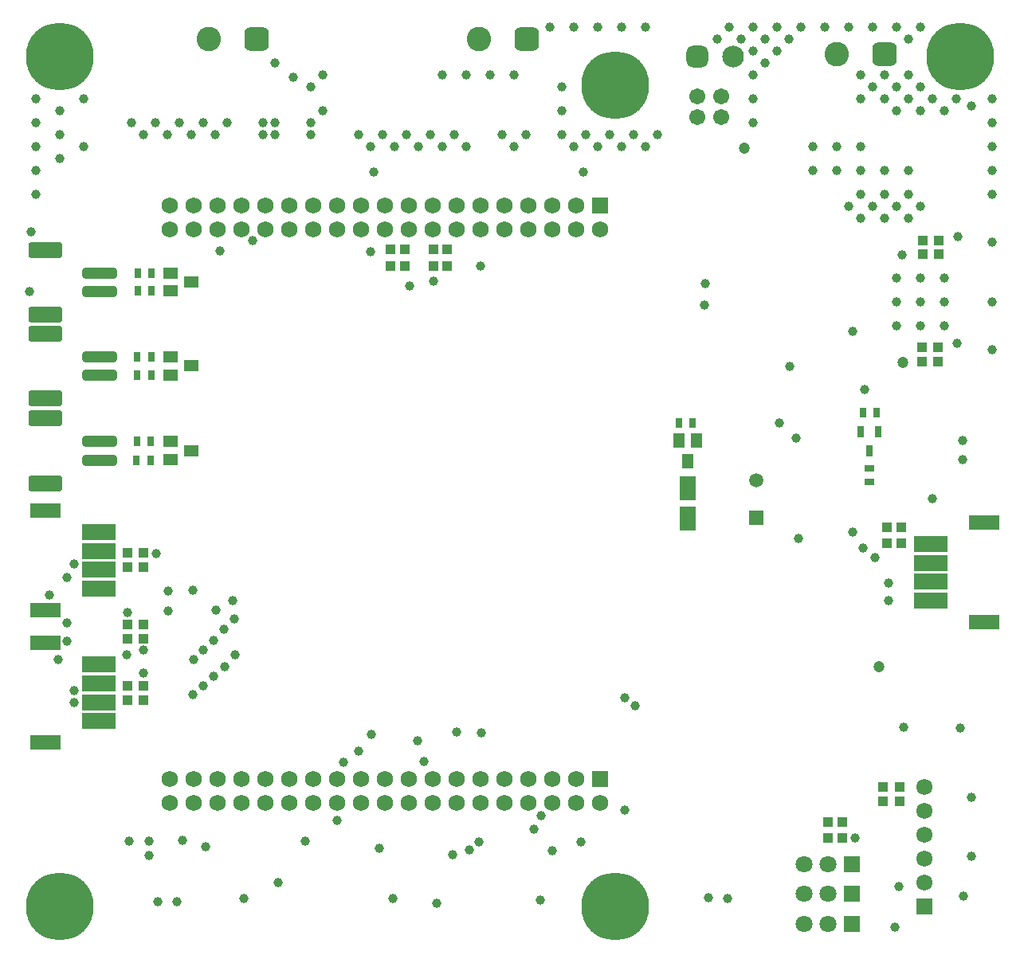
<source format=gbs>
G04*
G04 #@! TF.GenerationSoftware,Altium Limited,Altium Designer,21.3.2 (30)*
G04*
G04 Layer_Color=16711935*
%FSTAX25Y25*%
%MOIN*%
G70*
G04*
G04 #@! TF.SameCoordinates,EB2CAA8E-72F9-4FA4-A601-E6806EDF6347*
G04*
G04*
G04 #@! TF.FilePolarity,Negative*
G04*
G01*
G75*
%ADD42R,0.14186X0.06706*%
%ADD43R,0.13005X0.06312*%
%ADD50R,0.03950X0.03950*%
%ADD54C,0.06706*%
G04:AMPARAMS|DCode=55|XSize=47.37mil|YSize=145.8mil|CornerRadius=13.84mil|HoleSize=0mil|Usage=FLASHONLY|Rotation=270.000|XOffset=0mil|YOffset=0mil|HoleType=Round|Shape=RoundedRectangle|*
%AMROUNDEDRECTD55*
21,1,0.04737,0.11811,0,0,270.0*
21,1,0.01968,0.14580,0,0,270.0*
1,1,0.02769,-0.05906,-0.00984*
1,1,0.02769,-0.05906,0.00984*
1,1,0.02769,0.05906,0.00984*
1,1,0.02769,0.05906,-0.00984*
%
%ADD55ROUNDEDRECTD55*%
%ADD56R,0.06902X0.10052*%
%ADD58R,0.04343X0.02965*%
%ADD60R,0.02965X0.04343*%
%ADD61R,0.03950X0.03950*%
G04:AMPARAMS|DCode=62|XSize=67.06mil|YSize=141.86mil|CornerRadius=11.38mil|HoleSize=0mil|Usage=FLASHONLY|Rotation=270.000|XOffset=0mil|YOffset=0mil|HoleType=Round|Shape=RoundedRectangle|*
%AMROUNDEDRECTD62*
21,1,0.06706,0.11909,0,0,270.0*
21,1,0.04429,0.14186,0,0,270.0*
1,1,0.02276,-0.05955,-0.02215*
1,1,0.02276,-0.05955,0.02215*
1,1,0.02276,0.05955,0.02215*
1,1,0.02276,0.05955,-0.02215*
%
%ADD62ROUNDEDRECTD62*%
G04:AMPARAMS|DCode=65|XSize=102.49mil|YSize=102.49mil|CornerRadius=27.62mil|HoleSize=0mil|Usage=FLASHONLY|Rotation=180.000|XOffset=0mil|YOffset=0mil|HoleType=Round|Shape=RoundedRectangle|*
%AMROUNDEDRECTD65*
21,1,0.10249,0.04724,0,0,180.0*
21,1,0.04724,0.10249,0,0,180.0*
1,1,0.05524,-0.02362,0.02362*
1,1,0.05524,0.02362,0.02362*
1,1,0.05524,0.02362,-0.02362*
1,1,0.05524,-0.02362,-0.02362*
%
%ADD65ROUNDEDRECTD65*%
%ADD66C,0.09068*%
%ADD67R,0.07099X0.07099*%
%ADD68C,0.07099*%
%ADD69C,0.06784*%
%ADD70R,0.06784X0.06784*%
%ADD72R,0.05950X0.05950*%
%ADD73C,0.05950*%
%ADD74C,0.06824*%
%ADD75R,0.06824X0.06824*%
%ADD76C,0.10249*%
G04:AMPARAMS|DCode=77|XSize=90.68mil|YSize=90.68mil|CornerRadius=24.67mil|HoleSize=0mil|Usage=FLASHONLY|Rotation=0.000|XOffset=0mil|YOffset=0mil|HoleType=Round|Shape=RoundedRectangle|*
%AMROUNDEDRECTD77*
21,1,0.09068,0.04134,0,0,0.0*
21,1,0.04134,0.09068,0,0,0.0*
1,1,0.04934,0.02067,-0.02067*
1,1,0.04934,-0.02067,-0.02067*
1,1,0.04934,-0.02067,0.02067*
1,1,0.04934,0.02067,0.02067*
%
%ADD77ROUNDEDRECTD77*%
%ADD78C,0.03950*%
%ADD79C,0.04737*%
%ADD80C,0.03398*%
%ADD108R,0.04737X0.06312*%
%ADD109R,0.03162X0.04737*%
%ADD110R,0.06312X0.04737*%
%ADD111C,0.28359*%
D42*
X0161198Y0253811D02*
D03*
Y0238063D02*
D03*
Y0230189D02*
D03*
Y0245937D02*
D03*
X0509402Y0240937D02*
D03*
Y0248811D02*
D03*
Y0233063D02*
D03*
Y0225189D02*
D03*
X0161244Y0198345D02*
D03*
Y0182597D02*
D03*
Y0174723D02*
D03*
Y0190471D02*
D03*
D43*
X0138954Y0262866D02*
D03*
Y0221134D02*
D03*
X0531646Y0216134D02*
D03*
Y0257866D02*
D03*
X0139Y02074D02*
D03*
Y0165668D02*
D03*
D50*
X0496753Y02492D02*
D03*
X0490847D02*
D03*
X0496753Y02557D02*
D03*
X0490847D02*
D03*
X0472205Y01326D02*
D03*
X04663D02*
D03*
X0289107Y0372D02*
D03*
X0283202D02*
D03*
X0289107Y03652D02*
D03*
X0283202D02*
D03*
X030114Y0372D02*
D03*
X0307045D02*
D03*
X030114Y03652D02*
D03*
X0307045D02*
D03*
X04663Y01258D02*
D03*
X0472205D02*
D03*
D54*
X04215Y04362D02*
D03*
Y04274D02*
D03*
X04115Y04362D02*
D03*
Y04274D02*
D03*
D55*
X0161474Y0354302D02*
D03*
Y0362176D02*
D03*
Y0291774D02*
D03*
Y0327254D02*
D03*
Y02839D02*
D03*
Y031938D02*
D03*
D56*
X04076Y0259502D02*
D03*
Y02721D02*
D03*
D58*
X04837Y0280554D02*
D03*
Y0274846D02*
D03*
D60*
X0177379Y032704D02*
D03*
X0183087D02*
D03*
X0480746Y03039D02*
D03*
X0486454D02*
D03*
X0177379Y031956D02*
D03*
X0183087D02*
D03*
X0177591Y03622D02*
D03*
X01833D02*
D03*
X0177591Y03547D02*
D03*
X01833D02*
D03*
X0177046Y02839D02*
D03*
X0182754D02*
D03*
X0177191Y02917D02*
D03*
X01829D02*
D03*
X0409654Y02996D02*
D03*
X0403946D02*
D03*
D61*
X01732Y0244956D02*
D03*
Y0239051D02*
D03*
X018Y0244956D02*
D03*
Y0239051D02*
D03*
X01732Y0215049D02*
D03*
Y0209143D02*
D03*
X018D02*
D03*
Y0215049D02*
D03*
X01732Y018949D02*
D03*
Y0183585D02*
D03*
X018Y018949D02*
D03*
Y0183585D02*
D03*
X05123Y0330953D02*
D03*
X05055D02*
D03*
X05058Y0375853D02*
D03*
X05127D02*
D03*
X04962Y0141047D02*
D03*
Y0146953D02*
D03*
X04892Y0141047D02*
D03*
Y0146953D02*
D03*
X05123Y0325047D02*
D03*
X05055D02*
D03*
X05058Y0369947D02*
D03*
X05127D02*
D03*
D62*
X0138836Y0371821D02*
D03*
Y0344656D02*
D03*
Y030142D02*
D03*
Y0274254D02*
D03*
Y0309735D02*
D03*
Y03369D02*
D03*
D65*
X049Y0453852D02*
D03*
X0340186Y046D02*
D03*
X02271D02*
D03*
D66*
X04265Y045285D02*
D03*
D67*
X04763Y01023D02*
D03*
Y01147D02*
D03*
Y00899D02*
D03*
D68*
X04663Y01023D02*
D03*
X04563D02*
D03*
X04663Y01147D02*
D03*
X04563D02*
D03*
X04663Y00899D02*
D03*
X04563D02*
D03*
D69*
X05065Y0117D02*
D03*
Y0107D02*
D03*
Y0127D02*
D03*
Y0137D02*
D03*
Y0147D02*
D03*
D70*
Y0097D02*
D03*
D72*
X04362Y0259826D02*
D03*
D73*
Y0275574D02*
D03*
D74*
X0221069Y0140437D02*
D03*
X0191068D02*
D03*
X0201068D02*
D03*
Y0150437D02*
D03*
X0211069Y0140437D02*
D03*
Y0150437D02*
D03*
X0221069D02*
D03*
X0231068Y0140437D02*
D03*
Y0150437D02*
D03*
X0241069Y0140437D02*
D03*
Y0150437D02*
D03*
X0251068Y0140437D02*
D03*
Y0150437D02*
D03*
X0261069Y0140437D02*
D03*
Y0150437D02*
D03*
X0271069Y0140437D02*
D03*
Y0150437D02*
D03*
X0281068Y0140437D02*
D03*
Y0150437D02*
D03*
X0291069Y0140437D02*
D03*
Y0150437D02*
D03*
X0301068Y0140437D02*
D03*
Y0150437D02*
D03*
X0311069Y0140437D02*
D03*
Y0150437D02*
D03*
X0321069Y0140437D02*
D03*
Y0150437D02*
D03*
X0331068Y0140437D02*
D03*
Y0150437D02*
D03*
X0341069Y0140437D02*
D03*
Y0150437D02*
D03*
X0351068Y0140437D02*
D03*
Y0150437D02*
D03*
X0361069Y0140437D02*
D03*
Y0150437D02*
D03*
X0371069Y0140437D02*
D03*
X0191068Y0150437D02*
D03*
Y0380437D02*
D03*
X0201068D02*
D03*
Y0390437D02*
D03*
X0211069Y0380437D02*
D03*
Y0390437D02*
D03*
X0221069Y0380437D02*
D03*
Y0390437D02*
D03*
X0231068Y0380437D02*
D03*
Y0390437D02*
D03*
X0241069Y0380437D02*
D03*
Y0390437D02*
D03*
X0251068Y0380437D02*
D03*
Y0390437D02*
D03*
X0261069Y0380437D02*
D03*
Y0390437D02*
D03*
X0271069Y0380437D02*
D03*
Y0390437D02*
D03*
X0281068Y0380437D02*
D03*
Y0390437D02*
D03*
X0291069Y0380437D02*
D03*
Y0390437D02*
D03*
X0301068Y0380437D02*
D03*
Y0390437D02*
D03*
X0311069Y0380437D02*
D03*
Y0390437D02*
D03*
X0321069Y0380437D02*
D03*
Y0390437D02*
D03*
X0331068Y0380437D02*
D03*
Y0390437D02*
D03*
X0341069Y0380437D02*
D03*
Y0390437D02*
D03*
X0351068Y0380437D02*
D03*
Y0390437D02*
D03*
X0361069Y0380437D02*
D03*
Y0390437D02*
D03*
X0371069Y0380437D02*
D03*
X0191068Y0390437D02*
D03*
D75*
X0371069Y0150437D02*
D03*
Y0390437D02*
D03*
D76*
X047Y0453852D02*
D03*
X0320186Y046D02*
D03*
X02071D02*
D03*
D77*
X04115Y045285D02*
D03*
D78*
X029126Y0356773D02*
D03*
X03014Y03587D02*
D03*
X01508Y02403D02*
D03*
X02008Y02005D02*
D03*
X0132088Y03543D02*
D03*
X0205Y01894D02*
D03*
X02093Y01933D02*
D03*
X02219Y01005D02*
D03*
X03025Y00986D02*
D03*
X0186013Y0099013D02*
D03*
X01939Y00991D02*
D03*
X02785Y0121562D02*
D03*
X02844Y01003D02*
D03*
X02363Y0107D02*
D03*
X0235Y045D02*
D03*
X025Y044D02*
D03*
X0255Y043D02*
D03*
Y0445D02*
D03*
X0305D02*
D03*
X0315D02*
D03*
X0325D02*
D03*
X0335D02*
D03*
X0355Y043D02*
D03*
Y044D02*
D03*
X042Y046D02*
D03*
X043D02*
D03*
X0425Y0465D02*
D03*
X0435Y0425D02*
D03*
Y0435D02*
D03*
Y0445D02*
D03*
Y0455D02*
D03*
X044Y045D02*
D03*
X0445Y0455D02*
D03*
X02005Y02294D02*
D03*
X0210097Y0221203D02*
D03*
X02171Y0225D02*
D03*
X02091Y02084D02*
D03*
X02136Y02131D02*
D03*
X02179Y02173D02*
D03*
X01901Y02292D02*
D03*
X02048Y02043D02*
D03*
X02181Y02024D02*
D03*
X0214Y01974D02*
D03*
X0174Y01243D02*
D03*
X02007Y01858D02*
D03*
X01854Y02449D02*
D03*
X02119Y03714D02*
D03*
X02255Y03757D02*
D03*
X01509Y01876D02*
D03*
X0173Y02026D02*
D03*
X01407Y02274D02*
D03*
X01329Y03796D02*
D03*
X024265Y044395D02*
D03*
X018Y02043D02*
D03*
X018Y01947D02*
D03*
X01902Y02207D02*
D03*
X03092Y01188D02*
D03*
X03202Y0124188D02*
D03*
X03432Y01294D02*
D03*
X03462Y01351D02*
D03*
X0414763Y0357763D02*
D03*
X04539Y02511D02*
D03*
X04147Y03489D02*
D03*
X04458Y02996D02*
D03*
X04529Y02931D02*
D03*
X0275Y03712D02*
D03*
X03209Y0365D02*
D03*
X04501Y03231D02*
D03*
X03459Y00998D02*
D03*
X04943Y00886D02*
D03*
X01733Y022D02*
D03*
X0148Y02347D02*
D03*
X01963Y01247D02*
D03*
X0206Y01221D02*
D03*
X01821Y01185D02*
D03*
X01822Y01245D02*
D03*
X01442Y02003D02*
D03*
X01478Y02158D02*
D03*
X0148Y02081D02*
D03*
X03162Y01208D02*
D03*
X02608Y01332D02*
D03*
X02475Y01243D02*
D03*
X0310984Y0170016D02*
D03*
X01509Y01825D02*
D03*
X03812Y01376D02*
D03*
X03813Y01845D02*
D03*
X03855Y0181D02*
D03*
X03508Y01206D02*
D03*
X03629Y0124D02*
D03*
X02945Y01665D02*
D03*
X02752Y01692D02*
D03*
X027Y0162D02*
D03*
X02635Y01575D02*
D03*
X03214Y0169937D02*
D03*
X03639Y04045D02*
D03*
X0481Y0247D02*
D03*
X0486Y0243D02*
D03*
X04915Y0225D02*
D03*
Y02325D02*
D03*
X05Y046D02*
D03*
X045D02*
D03*
X044D02*
D03*
X035Y0465D02*
D03*
X039D02*
D03*
X038D02*
D03*
X037D02*
D03*
X036D02*
D03*
X0155Y0435D02*
D03*
X0435Y0465D02*
D03*
X0445D02*
D03*
X0455D02*
D03*
X0465D02*
D03*
X0475D02*
D03*
X0485D02*
D03*
X0495D02*
D03*
X0505D02*
D03*
X0515Y043D02*
D03*
X0495D02*
D03*
X0505D02*
D03*
Y044D02*
D03*
X0495D02*
D03*
X0485D02*
D03*
X0505Y039D02*
D03*
X0495D02*
D03*
X0485D02*
D03*
X0475D02*
D03*
X048Y0395D02*
D03*
Y0385D02*
D03*
X049D02*
D03*
X05203Y03327D02*
D03*
X0155Y0415D02*
D03*
X0495Y034D02*
D03*
X0505D02*
D03*
X0515D02*
D03*
Y035D02*
D03*
X0505D02*
D03*
X0495D02*
D03*
Y036D02*
D03*
X0505D02*
D03*
X0515D02*
D03*
X05Y0385D02*
D03*
Y0395D02*
D03*
X049D02*
D03*
X052Y0435D02*
D03*
X051D02*
D03*
X05Y0445D02*
D03*
Y0435D02*
D03*
X049D02*
D03*
X048D02*
D03*
Y0445D02*
D03*
X049D02*
D03*
X0535Y033D02*
D03*
Y035D02*
D03*
Y0375D02*
D03*
Y0395D02*
D03*
Y0405D02*
D03*
Y0415D02*
D03*
Y0425D02*
D03*
Y0435D02*
D03*
X0145Y043D02*
D03*
Y042D02*
D03*
Y041D02*
D03*
X0135Y0395D02*
D03*
Y0405D02*
D03*
Y0415D02*
D03*
Y0425D02*
D03*
Y0435D02*
D03*
X052635Y043195D02*
D03*
X05207Y03775D02*
D03*
X04765Y02539D02*
D03*
X05098Y02679D02*
D03*
X04979Y0172D02*
D03*
X04777Y01258D02*
D03*
X023Y042D02*
D03*
X05262Y0118D02*
D03*
X05264Y01427D02*
D03*
X05228Y01014D02*
D03*
X05217Y01717D02*
D03*
X0496Y01056D02*
D03*
X04241Y01006D02*
D03*
X04162Y01007D02*
D03*
X02761Y04045D02*
D03*
X027Y042D02*
D03*
X0275Y0415D02*
D03*
X028Y042D02*
D03*
X0285Y0415D02*
D03*
X029Y042D02*
D03*
X0295Y0415D02*
D03*
X03Y042D02*
D03*
X0305Y0415D02*
D03*
X031Y042D02*
D03*
X0315Y0415D02*
D03*
X033Y042D02*
D03*
X0335Y0415D02*
D03*
X034Y042D02*
D03*
X0355D02*
D03*
X036Y0415D02*
D03*
X0365Y042D02*
D03*
X037Y0415D02*
D03*
X0375Y042D02*
D03*
X038Y0415D02*
D03*
X0385Y042D02*
D03*
X039Y0415D02*
D03*
X0395Y042D02*
D03*
X0175Y0425D02*
D03*
X0205D02*
D03*
X02Y042D02*
D03*
X018D02*
D03*
X0185Y0425D02*
D03*
X025Y042D02*
D03*
Y0425D02*
D03*
X0235D02*
D03*
Y042D02*
D03*
X023Y0425D02*
D03*
X0215D02*
D03*
X021Y042D02*
D03*
X0195Y0425D02*
D03*
X019Y042D02*
D03*
X04815Y03134D02*
D03*
X0497149Y0369851D02*
D03*
X04765Y03378D02*
D03*
X05225Y02842D02*
D03*
X0522534Y0292266D02*
D03*
X02973Y01578D02*
D03*
X046Y0415D02*
D03*
X047D02*
D03*
X05Y0405D02*
D03*
X049D02*
D03*
X046D02*
D03*
X047D02*
D03*
X048Y0415D02*
D03*
Y0405D02*
D03*
D79*
X04875Y01973D02*
D03*
X0497528Y0324872D02*
D03*
X04313Y04146D02*
D03*
D80*
X038165Y0086792D02*
D03*
X0366886Y0092895D02*
D03*
X0372988Y0107658D02*
D03*
X0387752Y0101556D02*
D03*
X0366886D02*
D03*
X038165Y0107658D02*
D03*
X0387752Y0092895D02*
D03*
X0372988Y0086792D02*
D03*
Y0430356D02*
D03*
X0387752Y0436458D02*
D03*
X038165Y0451222D02*
D03*
X0366886Y044512D02*
D03*
X0387752D02*
D03*
X0372988Y0451222D02*
D03*
X0366886Y0436458D02*
D03*
X038165Y0430356D02*
D03*
X0140669Y0442346D02*
D03*
X0155433Y0448449D02*
D03*
X0149331Y0463213D02*
D03*
X0134567Y045711D02*
D03*
X0155433D02*
D03*
X0140669Y0463213D02*
D03*
X0134567Y0448449D02*
D03*
X0149331Y0442346D02*
D03*
X0140669Y0086792D02*
D03*
X0155433Y0092895D02*
D03*
X0149331Y0107658D02*
D03*
X0134567Y0101556D02*
D03*
X0155433D02*
D03*
X0140669Y0107658D02*
D03*
X0134567Y0092895D02*
D03*
X0149331Y0086792D02*
D03*
X0517268Y0442346D02*
D03*
X0532031Y0448449D02*
D03*
X0525929Y0463213D02*
D03*
X0511165Y045711D02*
D03*
X0532031D02*
D03*
X0517268Y0463213D02*
D03*
X0511165Y0448449D02*
D03*
X0525929Y0442346D02*
D03*
D108*
X041134Y0292261D02*
D03*
X04076Y02836D02*
D03*
X040386Y0292261D02*
D03*
D109*
X0483601Y0287858D02*
D03*
X0487341Y0295731D02*
D03*
X0479861D02*
D03*
D110*
X0191139Y028416D02*
D03*
Y029164D02*
D03*
X01998Y02879D02*
D03*
X0191239Y031956D02*
D03*
Y032704D02*
D03*
X01999Y03233D02*
D03*
X01914Y035472D02*
D03*
Y03622D02*
D03*
X0200061Y035846D02*
D03*
D111*
X0377319Y0097225D02*
D03*
Y0440789D02*
D03*
X0145Y0452779D02*
D03*
Y0097225D02*
D03*
X0521598Y0452779D02*
D03*
M02*

</source>
